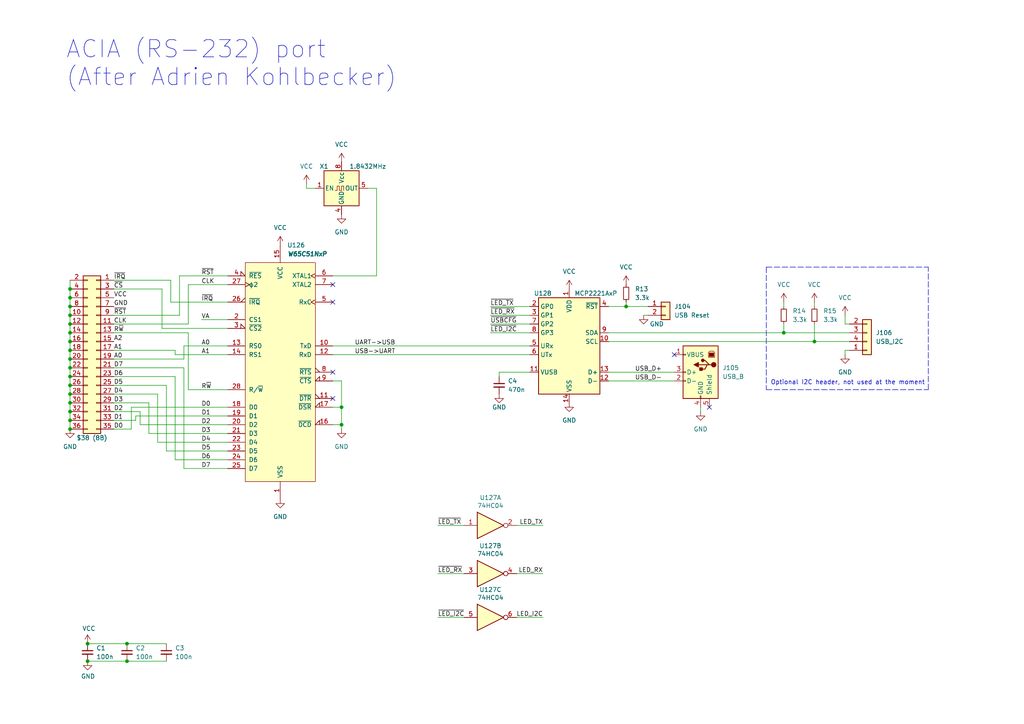
<source format=kicad_sch>
(kicad_sch (version 20211123) (generator eeschema)
  (paper "A4")
  (lib_symbols
    (symbol "74xx:74HC04"
      (property "Reference" "U" (at 0 1.27 0))
      (property "Value" "74HC04" (at 0 -1.27 0))
      (symbol "74HC04_1_0"
        (polyline (pts (xy -3.81 3.81) (xy -3.81 -3.81) (xy 3.81 0) (xy -3.81 3.81)) (stroke (width 0.254)) (fill (type background)))
        (pin input line (at -7.62 0 0) (length 3.81) (name "~") (number "1"))
        (pin output inverted (at 7.62 0 180) (length 3.81) (name "~") (number "2"))
      )
      (symbol "74HC04_2_0"
        (polyline (pts (xy -3.81 3.81) (xy -3.81 -3.81) (xy 3.81 0) (xy -3.81 3.81)) (stroke (width 0.254)) (fill (type background)))
        (pin input line (at -7.62 0 0) (length 3.81) (name "~") (number "3"))
        (pin output inverted (at 7.62 0 180) (length 3.81) (name "~") (number "4"))
      )
      (symbol "74HC04_3_0"
        (polyline (pts (xy -3.81 3.81) (xy -3.81 -3.81) (xy 3.81 0) (xy -3.81 3.81)) (stroke (width 0.254)) (fill (type background)))
        (pin input line (at -7.62 0 0) (length 3.81) (name "~") (number "5"))
        (pin output inverted (at 7.62 0 180) (length 3.81) (name "~") (number "6"))
      )
      (symbol "74HC04_4_0"
        (polyline (pts (xy -3.81 3.81) (xy -3.81 -3.81) (xy 3.81 0) (xy -3.81 3.81)) (stroke (width 0.254)) (fill (type background)))
        (pin output inverted (at 7.62 0 180) (length 3.81) (name "~") (number "8"))
        (pin input line (at -7.62 0 0) (length 3.81) (name "~") (number "9"))
      )
      (symbol "74HC04_5_0"
        (polyline (pts (xy -3.81 3.81) (xy -3.81 -3.81) (xy 3.81 0) (xy -3.81 3.81)) (stroke (width 0.254)) (fill (type background)))
        (pin output inverted (at 7.62 0 180) (length 3.81) (name "~") (number "10"))
        (pin input line (at -7.62 0 0) (length 3.81) (name "~") (number "11"))
      )
      (symbol "74HC04_6_0"
        (polyline (pts (xy -3.81 3.81) (xy -3.81 -3.81) (xy 3.81 0) (xy -3.81 3.81)) (stroke (width 0.254)) (fill (type background)))
        (pin output inverted (at 7.62 0 180) (length 3.81) (name "~") (number "12"))
        (pin input line (at -7.62 0 0) (length 3.81) (name "~") (number "13"))
      )
      (symbol "74HC04_7_0"
        (pin power_in line (at 0 12.7 270) (length 5.08) (name "VCC") (number "14"))
        (pin power_in line (at 0 -12.7 90) (length 5.08) (name "GND") (number "7"))
      )
      (symbol "74HC04_7_1"
        (rectangle (start -5.08 7.62) (end 5.08 -7.62) (stroke (width 0.254)) (fill (type background)))
      )
    )
    (symbol "BB816:W65C51NxP" (pin_names (offset 1.016))
      (property "Reference" "U" (at -10.16 33.02 0))
      (property "Value" "W65C51NxP" (at 0 0 90))
      (symbol "W65C51NxP_0_1"
        (rectangle (start -10.16 31.75) (end 10.16 -31.75) (fill (type background)))
      )
      (symbol "W65C51NxP_1_1"
        (pin power_in line (at 0 -36.83 90) (length 5.08) (name "VSS") (number "1"))
        (pin output line (at 15.24 7.62 180) (length 5.08) (name "TxD") (number "10"))
        (pin output output_low (at 15.24 -7.62 180) (length 5.08) (name "~{DTR}") (number "11"))
        (pin input line (at 15.24 5.08 180) (length 5.08) (name "RxD") (number "12"))
        (pin input line (at -15.24 7.62 0) (length 5.08) (name "RS0") (number "13"))
        (pin input line (at -15.24 5.08 0) (length 5.08) (name "RS1") (number "14"))
        (pin power_in line (at 0 36.83 270) (length 5.08) (name "VCC") (number "15"))
        (pin input input_low (at 15.24 -15.24 180) (length 5.08) (name "~{DCD}") (number "16"))
        (pin input input_low (at 15.24 -10.16 180) (length 5.08) (name "~{DSR}") (number "17"))
        (pin bidirectional line (at -15.24 -10.16 0) (length 5.08) (name "D0") (number "18"))
        (pin bidirectional line (at -15.24 -12.7 0) (length 5.08) (name "D1") (number "19"))
        (pin input line (at -15.24 15.24 0) (length 5.08) (name "CS1") (number "2"))
        (pin bidirectional line (at -15.24 -15.24 0) (length 5.08) (name "D2") (number "20"))
        (pin bidirectional line (at -15.24 -17.78 0) (length 5.08) (name "D3") (number "21"))
        (pin bidirectional line (at -15.24 -20.32 0) (length 5.08) (name "D4") (number "22"))
        (pin bidirectional line (at -15.24 -22.86 0) (length 5.08) (name "D5") (number "23"))
        (pin bidirectional line (at -15.24 -25.4 0) (length 5.08) (name "D6") (number "24"))
        (pin bidirectional line (at -15.24 -27.94 0) (length 5.08) (name "D7") (number "25"))
        (pin open_collector output_low (at -15.24 20.32 0) (length 5.08) (name "~{IRQ}") (number "26"))
        (pin input clock (at -15.24 25.4 0) (length 5.08) (name "ϕ2") (number "27"))
        (pin input line (at -15.24 -5.08 0) (length 5.08) (name "R/~{W}") (number "28"))
        (pin input input_low (at -15.24 12.7 0) (length 5.08) (name "~{CS2}") (number "3"))
        (pin input input_low (at -15.24 27.94 0) (length 5.08) (name "~{RES}") (number "4"))
        (pin bidirectional clock (at 15.24 20.32 180) (length 5.08) (name "RxC") (number "5"))
        (pin input clock (at 15.24 27.94 180) (length 5.08) (name "XTAL1") (number "6"))
        (pin output line (at 15.24 25.4 180) (length 5.08) (name "XTAL2") (number "7"))
        (pin output output_low (at 15.24 0 180) (length 5.08) (name "~{RTS}") (number "8"))
        (pin input input_low (at 15.24 -2.54 180) (length 5.08) (name "~{CTS}") (number "9"))
      )
    )
    (symbol "Connector:USB_B" (pin_names (offset 1.016))
      (property "Reference" "J" (at -5.08 11.43 0))
      (property "Value" "USB_B" (at -5.08 8.89 0))
      (symbol "USB_B_0_1"
        (rectangle (start -5.08 -7.62) (end 5.08 7.62) (stroke (width 0.254)) (fill (type background)))
        (circle (center -3.81 2.159) (radius 0.635) (stroke (width 0.254)) (fill (type outline)))
        (rectangle (start -3.81 5.588) (end -2.54 4.572) (fill (type outline)))
        (circle (center -0.635 3.429) (radius 0.381) (stroke (width 0.254)) (fill (type outline)))
        (rectangle (start -0.127 -7.62) (end 0.127 -6.858))
        (polyline (pts (xy -1.905 2.159) (xy 0.635 2.159)) (stroke (width 0.254)))
        (polyline (pts (xy -3.175 2.159) (xy -2.54 2.159) (xy -1.27 3.429) (xy -0.635 3.429)) (stroke (width 0.254)))
        (polyline (pts (xy -2.54 2.159) (xy -1.905 2.159) (xy -1.27 0.889) (xy 0 0.889)) (stroke (width 0.254)))
        (polyline (pts (xy 0.635 2.794) (xy 0.635 1.524) (xy 1.905 2.159) (xy 0.635 2.794)) (stroke (width 0.254)) (fill (type outline)))
        (polyline (pts (xy -4.064 4.318) (xy -2.286 4.318) (xy -2.286 5.715) (xy -2.667 6.096) (xy -3.683 6.096) (xy -4.064 5.715) (xy -4.064 4.318)))
        (rectangle (start 0.254 1.27) (end -0.508 0.508) (stroke (width 0.254)) (fill (type outline)))
        (rectangle (start 5.08 -2.667) (end 4.318 -2.413))
        (rectangle (start 5.08 -0.127) (end 4.318 0.127))
        (rectangle (start 5.08 4.953) (end 4.318 5.207))
      )
      (symbol "USB_B_1_1"
        (pin power_out line (at 7.62 5.08 180) (length 2.54) (name "VBUS") (number "1"))
        (pin bidirectional line (at 7.62 -2.54 180) (length 2.54) (name "D-") (number "2"))
        (pin bidirectional line (at 7.62 0 180) (length 2.54) (name "D+") (number "3"))
        (pin power_out line (at 0 -10.16 90) (length 2.54) (name "GND") (number "4"))
        (pin passive line (at -2.54 -10.16 90) (length 2.54) (name "Shield") (number "5"))
      )
    )
    (symbol "Connector_Generic:Conn_01x02" (pin_names (offset 1.016) hide)
      (property "Reference" "J" (at 0 2.54 0))
      (property "Value" "Conn_01x02" (at 0 -5.08 0))
      (symbol "Conn_01x02_1_1"
        (rectangle (start -1.27 -2.413) (end 0 -2.667) (stroke (width 0.1524)))
        (rectangle (start -1.27 0.127) (end 0 -0.127) (stroke (width 0.1524)))
        (rectangle (start -1.27 1.27) (end 1.27 -3.81) (stroke (width 0.254)) (fill (type background)))
        (pin passive line (at -5.08 0 0) (length 3.81) (name "Pin_1") (number "1"))
        (pin passive line (at -5.08 -2.54 0) (length 3.81) (name "Pin_2") (number "2"))
      )
    )
    (symbol "Connector_Generic:Conn_01x04" (pin_names (offset 1.016) hide)
      (property "Reference" "J3" (at 2.54 0.0001 0))
      (property "Value" "USB_I2C" (at 2.54 -2.5399 0))
      (symbol "Conn_01x04_1_1"
        (rectangle (start -1.27 -4.953) (end 0 -5.207) (stroke (width 0.1524)))
        (rectangle (start -1.27 -2.413) (end 0 -2.667) (stroke (width 0.1524)))
        (rectangle (start -1.27 0.127) (end 0 -0.127) (stroke (width 0.1524)))
        (rectangle (start -1.27 2.667) (end 0 2.413) (stroke (width 0.1524)))
        (rectangle (start -1.27 3.81) (end 1.27 -6.35) (stroke (width 0.254)) (fill (type background)))
        (pin passive line (at -5.08 -5.08 0) (length 3.81) (name "Pin_1") (number "1"))
        (pin passive line (at -5.08 2.54 0) (length 3.81) (name "Pin_2") (number "2"))
        (pin passive line (at -5.08 0 0) (length 3.81) (name "Pin_3") (number "3"))
        (pin passive line (at -5.08 -2.54 0) (length 3.81) (name "Pin_4") (number "4"))
      )
    )
    (symbol "Connector_Generic:Conn_02x18_Odd_Even" (pin_names (offset 1.016) hide)
      (property "Reference" "J" (at 1.27 22.86 0))
      (property "Value" "Conn_02x18_Odd_Even" (at 1.27 -25.4 0))
      (symbol "Conn_02x18_Odd_Even_1_1"
        (rectangle (start -1.27 -22.733) (end 0 -22.987) (stroke (width 0.1524)))
        (rectangle (start -1.27 -20.193) (end 0 -20.447) (stroke (width 0.1524)))
        (rectangle (start -1.27 -17.653) (end 0 -17.907) (stroke (width 0.1524)))
        (rectangle (start -1.27 -15.113) (end 0 -15.367) (stroke (width 0.1524)))
        (rectangle (start -1.27 -12.573) (end 0 -12.827) (stroke (width 0.1524)))
        (rectangle (start -1.27 -10.033) (end 0 -10.287) (stroke (width 0.1524)))
        (rectangle (start -1.27 -7.493) (end 0 -7.747) (stroke (width 0.1524)))
        (rectangle (start -1.27 -4.953) (end 0 -5.207) (stroke (width 0.1524)))
        (rectangle (start -1.27 -2.413) (end 0 -2.667) (stroke (width 0.1524)))
        (rectangle (start -1.27 0.127) (end 0 -0.127) (stroke (width 0.1524)))
        (rectangle (start -1.27 2.667) (end 0 2.413) (stroke (width 0.1524)))
        (rectangle (start -1.27 5.207) (end 0 4.953) (stroke (width 0.1524)))
        (rectangle (start -1.27 7.747) (end 0 7.493) (stroke (width 0.1524)))
        (rectangle (start -1.27 10.287) (end 0 10.033) (stroke (width 0.1524)))
        (rectangle (start -1.27 12.827) (end 0 12.573) (stroke (width 0.1524)))
        (rectangle (start -1.27 15.367) (end 0 15.113) (stroke (width 0.1524)))
        (rectangle (start -1.27 17.907) (end 0 17.653) (stroke (width 0.1524)))
        (rectangle (start -1.27 20.447) (end 0 20.193) (stroke (width 0.1524)))
        (rectangle (start -1.27 21.59) (end 3.81 -24.13) (stroke (width 0.254)) (fill (type background)))
        (rectangle (start 3.81 -22.733) (end 2.54 -22.987) (stroke (width 0.1524)))
        (rectangle (start 3.81 -20.193) (end 2.54 -20.447) (stroke (width 0.1524)))
        (rectangle (start 3.81 -17.653) (end 2.54 -17.907) (stroke (width 0.1524)))
        (rectangle (start 3.81 -15.113) (end 2.54 -15.367) (stroke (width 0.1524)))
        (rectangle (start 3.81 -12.573) (end 2.54 -12.827) (stroke (width 0.1524)))
        (rectangle (start 3.81 -10.033) (end 2.54 -10.287) (stroke (width 0.1524)))
        (rectangle (start 3.81 -7.493) (end 2.54 -7.747) (stroke (width 0.1524)))
        (rectangle (start 3.81 -4.953) (end 2.54 -5.207) (stroke (width 0.1524)))
        (rectangle (start 3.81 -2.413) (end 2.54 -2.667) (stroke (width 0.1524)))
        (rectangle (start 3.81 0.127) (end 2.54 -0.127) (stroke (width 0.1524)))
        (rectangle (start 3.81 2.667) (end 2.54 2.413) (stroke (width 0.1524)))
        (rectangle (start 3.81 5.207) (end 2.54 4.953) (stroke (width 0.1524)))
        (rectangle (start 3.81 7.747) (end 2.54 7.493) (stroke (width 0.1524)))
        (rectangle (start 3.81 10.287) (end 2.54 10.033) (stroke (width 0.1524)))
        (rectangle (start 3.81 12.827) (end 2.54 12.573) (stroke (width 0.1524)))
        (rectangle (start 3.81 15.367) (end 2.54 15.113) (stroke (width 0.1524)))
        (rectangle (start 3.81 17.907) (end 2.54 17.653) (stroke (width 0.1524)))
        (rectangle (start 3.81 20.447) (end 2.54 20.193) (stroke (width 0.1524)))
        (pin passive line (at -5.08 20.32 0) (length 3.81) (name "Pin_1") (number "1"))
        (pin passive line (at 7.62 10.16 180) (length 3.81) (name "Pin_10") (number "10"))
        (pin passive line (at -5.08 7.62 0) (length 3.81) (name "Pin_11") (number "11"))
        (pin passive line (at 7.62 7.62 180) (length 3.81) (name "Pin_12") (number "12"))
        (pin passive line (at -5.08 5.08 0) (length 3.81) (name "Pin_13") (number "13"))
        (pin passive line (at 7.62 5.08 180) (length 3.81) (name "Pin_14") (number "14"))
        (pin passive line (at -5.08 2.54 0) (length 3.81) (name "Pin_15") (number "15"))
        (pin passive line (at 7.62 2.54 180) (length 3.81) (name "Pin_16") (number "16"))
        (pin passive line (at -5.08 0 0) (length 3.81) (name "Pin_17") (number "17"))
        (pin passive line (at 7.62 0 180) (length 3.81) (name "Pin_18") (number "18"))
        (pin passive line (at -5.08 -2.54 0) (length 3.81) (name "Pin_19") (number "19"))
        (pin passive line (at 7.62 20.32 180) (length 3.81) (name "Pin_2") (number "2"))
        (pin passive line (at 7.62 -2.54 180) (length 3.81) (name "Pin_20") (number "20"))
        (pin passive line (at -5.08 -5.08 0) (length 3.81) (name "Pin_21") (number "21"))
        (pin passive line (at 7.62 -5.08 180) (length 3.81) (name "Pin_22") (number "22"))
        (pin passive line (at -5.08 -7.62 0) (length 3.81) (name "Pin_23") (number "23"))
        (pin passive line (at 7.62 -7.62 180) (length 3.81) (name "Pin_24") (number "24"))
        (pin passive line (at -5.08 -10.16 0) (length 3.81) (name "Pin_25") (number "25"))
        (pin passive line (at 7.62 -10.16 180) (length 3.81) (name "Pin_26") (number "26"))
        (pin passive line (at -5.08 -12.7 0) (length 3.81) (name "Pin_27") (number "27"))
        (pin passive line (at 7.62 -12.7 180) (length 3.81) (name "Pin_28") (number "28"))
        (pin passive line (at -5.08 -15.24 0) (length 3.81) (name "Pin_29") (number "29"))
        (pin passive line (at -5.08 17.78 0) (length 3.81) (name "Pin_3") (number "3"))
        (pin passive line (at 7.62 -15.24 180) (length 3.81) (name "Pin_30") (number "30"))
        (pin passive line (at -5.08 -17.78 0) (length 3.81) (name "Pin_31") (number "31"))
        (pin passive line (at 7.62 -17.78 180) (length 3.81) (name "Pin_32") (number "32"))
        (pin passive line (at -5.08 -20.32 0) (length 3.81) (name "Pin_33") (number "33"))
        (pin passive line (at 7.62 -20.32 180) (length 3.81) (name "Pin_34") (number "34"))
        (pin passive line (at -5.08 -22.86 0) (length 3.81) (name "Pin_35") (number "35"))
        (pin passive line (at 7.62 -22.86 180) (length 3.81) (name "Pin_36") (number "36"))
        (pin passive line (at 7.62 17.78 180) (length 3.81) (name "Pin_4") (number "4"))
        (pin passive line (at -5.08 15.24 0) (length 3.81) (name "Pin_5") (number "5"))
        (pin passive line (at 7.62 15.24 180) (length 3.81) (name "Pin_6") (number "6"))
        (pin passive line (at -5.08 12.7 0) (length 3.81) (name "Pin_7") (number "7"))
        (pin passive line (at 7.62 12.7 180) (length 3.81) (name "Pin_8") (number "8"))
        (pin passive line (at -5.08 10.16 0) (length 3.81) (name "Pin_9") (number "9"))
      )
    )
    (symbol "Device:C_Small" (pin_numbers hide) (pin_names (offset 0.254) hide)
      (property "Reference" "C" (at 0.254 1.778 0))
      (property "Value" "C_Small" (at 0.254 -2.032 0))
      (symbol "C_Small_0_1"
        (polyline (pts (xy -1.524 -0.508) (xy 1.524 -0.508)) (stroke (width 0.3302)))
        (polyline (pts (xy -1.524 0.508) (xy 1.524 0.508)) (stroke (width 0.3048)))
      )
      (symbol "C_Small_1_1"
        (pin passive line (at 0 2.54 270) (length 2.032) (name "~") (number "1"))
        (pin passive line (at 0 -2.54 90) (length 2.032) (name "~") (number "2"))
      )
    )
    (symbol "Device:R_Small" (pin_numbers hide) (pin_names (offset 0.254) hide)
      (property "Reference" "R" (at 0.762 0.508 0))
      (property "Value" "R_Small" (at 0.762 -1.016 0))
      (symbol "R_Small_0_1"
        (rectangle (start -0.762 1.778) (end 0.762 -1.778) (stroke (width 0.2032)))
      )
      (symbol "R_Small_1_1"
        (pin passive line (at 0 2.54 270) (length 0.762) (name "~") (number "1"))
        (pin passive line (at 0 -2.54 90) (length 0.762) (name "~") (number "2"))
      )
    )
    (symbol "GND_2" (power) (pin_names (offset 0))
      (property "Value" "GND_2" (at 0 -3.81 0))
      (symbol "GND_2_0_1"
        (polyline (pts (xy 0 0) (xy 0 -1.27) (xy 1.27 -1.27) (xy 0 -2.54) (xy -1.27 -1.27) (xy 0 -1.27)))
      )
      (symbol "GND_2_1_1"
        (pin power_in line (at 0 0 270) (length 0) hide (name "GND") (number "1"))
      )
    )
    (symbol "Interface_USB:MCP2221AxP"
      (property "Reference" "U30" (at 5.08 16.51 0))
      (property "Value" "MCP2221AxP" (at -13.97 16.51 0))
      (symbol "MCP2221AxP_0_1"
        (rectangle (start -8.89 15.24) (end 8.89 -12.7) (stroke (width 0.254)) (fill (type background)))
      )
      (symbol "MCP2221AxP_1_1"
        (pin power_in line (at 0 17.78 270) (length 2.54) (name "VDD") (number "1"))
        (pin bidirectional line (at -11.43 2.54 0) (length 2.54) (name "SCL") (number "10"))
        (pin passive line (at 11.43 -6.35 180) (length 2.54) (name "VUSB") (number "11"))
        (pin bidirectional line (at -11.43 -8.89 0) (length 2.54) (name "D-") (number "12"))
        (pin bidirectional line (at -11.43 -6.35 0) (length 2.54) (name "D+") (number "13"))
        (pin power_in line (at 0 -15.24 90) (length 2.54) (name "VSS") (number "14"))
        (pin bidirectional line (at 11.43 12.7 180) (length 2.54) (name "GP0") (number "2"))
        (pin bidirectional line (at 11.43 10.16 180) (length 2.54) (name "GP1") (number "3"))
        (pin input line (at -11.43 12.7 0) (length 2.54) (name "~{RST}") (number "4"))
        (pin input line (at 11.43 1.27 180) (length 2.54) (name "URx") (number "5"))
        (pin output line (at 11.43 -1.27 180) (length 2.54) (name "UTx") (number "6"))
        (pin bidirectional line (at 11.43 7.62 180) (length 2.54) (name "GP2") (number "7"))
        (pin bidirectional line (at 11.43 5.08 180) (length 2.54) (name "GP3") (number "8"))
        (pin bidirectional line (at -11.43 5.08 0) (length 2.54) (name "SDA") (number "9"))
      )
    )
    (symbol "Oscillator:CXO_DIP8" (pin_names (offset 0.254))
      (property "Reference" "X" (at -5.08 6.35 0))
      (property "Value" "CXO_DIP8" (at 1.27 -6.35 0))
      (symbol "CXO_DIP8_0_1"
        (rectangle (start -5.08 5.08) (end 5.08 -5.08) (stroke (width 0.254)) (fill (type background)))
        (polyline (pts (xy -1.905 -0.635) (xy -1.27 -0.635) (xy -1.27 0.635) (xy -0.635 0.635) (xy -0.635 -0.635) (xy 0 -0.635) (xy 0 0.635) (xy 0.635 0.635) (xy 0.635 -0.635)))
      )
      (symbol "CXO_DIP8_1_1"
        (pin input line (at -7.62 0 0) (length 2.54) (name "EN") (number "1"))
        (pin power_in line (at 0 -7.62 90) (length 2.54) (name "GND") (number "4"))
        (pin output line (at 7.62 0 180) (length 2.54) (name "OUT") (number "5"))
        (pin power_in line (at 0 7.62 270) (length 2.54) (name "Vcc") (number "8"))
      )
    )
    (symbol "power:GND" (power) (pin_names (offset 0))
      (property "Value" "GND" (at 0 -3.81 0))
      (symbol "GND_0_1"
        (polyline (pts (xy 0 0) (xy 0 -1.27) (xy 1.27 -1.27) (xy 0 -2.54) (xy -1.27 -1.27) (xy 0 -1.27)))
      )
      (symbol "GND_1_1"
        (pin power_in line (at 0 0 270) (length 0) hide (name "GND") (number "1"))
      )
    )
    (symbol "power:VCC" (power) (pin_names (offset 0))
      (property "Value" "VCC" (at 0 3.81 0))
      (symbol "VCC_0_1"
        (polyline (pts (xy -0.762 1.27) (xy 0 2.54)))
        (polyline (pts (xy 0 0) (xy 0 2.54)))
        (polyline (pts (xy 0 2.54) (xy 0.762 1.27)))
      )
      (symbol "VCC_1_1"
        (pin power_in line (at 0 0 90) (length 0) hide (name "VCC") (number "1"))
      )
    )
  )
  (junction (at 20.32 99.06))
  (junction (at 99.06 123.19))
  (junction (at 20.32 86.36))
  (junction (at 20.32 109.22))
  (junction (at 99.06 118.11))
  (junction (at 20.32 83.82))
  (junction (at 20.32 119.38))
  (junction (at 25.4 186.69))
  (junction (at 36.83 191.77))
  (junction (at 20.32 114.3))
  (junction (at 20.32 96.52))
  (junction (at 25.4 191.77))
  (junction (at 20.32 101.6))
  (junction (at 236.22 99.06))
  (junction (at 36.83 186.69))
  (junction (at 20.32 91.44))
  (junction (at 227.33 96.52))
  (junction (at 20.32 116.84))
  (junction (at 20.32 124.46))
  (junction (at 20.32 104.14))
  (junction (at 20.32 88.9))
  (junction (at 20.32 93.98))
  (junction (at 20.32 121.92))
  (junction (at 20.32 106.68))
  (junction (at 181.61 88.9))
  (junction (at 20.32 111.76))
  (no_connect (at 96.52 115.57))
  (no_connect (at 96.52 107.95))
  (no_connect (at 195.58 102.87))
  (no_connect (at 205.74 118.11))
  (no_connect (at 96.52 82.55))
  (no_connect (at 96.52 87.63))
  (wire (pts (xy 96.52 123.19) (xy 99.06 123.19)))
  (wire (pts (xy 149.86 152.4) (xy 157.48 152.4)))
  (wire (pts (xy 33.02 104.14) (xy 53.34 104.14)))
  (wire (pts (xy 109.22 80.01) (xy 96.52 80.01)))
  (wire (pts (xy 40.64 119.38) (xy 40.64 123.19)))
  (wire (pts (xy 20.32 109.22) (xy 20.32 111.76)))
  (wire (pts (xy 236.22 88.9) (xy 236.22 87.63)))
  (wire (pts (xy 20.32 99.06) (xy 20.32 101.6)))
  (wire (pts (xy 33.02 83.82) (xy 46.99 83.82)))
  (wire (pts (xy 227.33 88.9) (xy 227.33 87.63)))
  (wire (pts (xy 142.24 88.9) (xy 153.67 88.9)))
  (wire (pts (xy 50.8 101.6) (xy 50.8 102.87)))
  (wire (pts (xy 245.11 91.44) (xy 245.11 93.98)))
  (polyline (pts (xy 269.24 113.03) (xy 269.24 77.47)))
  (wire (pts (xy 33.02 109.22) (xy 50.8 109.22)))
  (polyline (pts (xy 222.25 77.47) (xy 269.24 77.47)))
  (wire (pts (xy 53.34 106.68) (xy 33.02 106.68)))
  (wire (pts (xy 33.02 116.84) (xy 43.18 116.84)))
  (wire (pts (xy 46.99 95.25) (xy 66.04 95.25)))
  (wire (pts (xy 181.61 87.63) (xy 181.61 88.9)))
  (wire (pts (xy 176.53 110.49) (xy 195.58 110.49)))
  (wire (pts (xy 181.61 88.9) (xy 187.96 88.9)))
  (wire (pts (xy 176.53 107.95) (xy 195.58 107.95)))
  (wire (pts (xy 25.4 191.77) (xy 36.83 191.77)))
  (wire (pts (xy 203.2 118.11) (xy 203.2 119.38)))
  (wire (pts (xy 20.32 81.28) (xy 20.32 83.82)))
  (wire (pts (xy 33.02 114.3) (xy 45.72 114.3)))
  (wire (pts (xy 245.11 93.98) (xy 246.38 93.98)))
  (wire (pts (xy 20.32 116.84) (xy 20.32 119.38)))
  (wire (pts (xy 227.33 96.52) (xy 227.33 93.98)))
  (wire (pts (xy 25.4 186.69) (xy 36.83 186.69)))
  (wire (pts (xy 49.53 87.63) (xy 49.53 81.28)))
  (wire (pts (xy 50.8 102.87) (xy 66.04 102.87)))
  (wire (pts (xy 53.34 100.33) (xy 66.04 100.33)))
  (wire (pts (xy 46.99 83.82) (xy 46.99 95.25)))
  (wire (pts (xy 45.72 114.3) (xy 45.72 128.27)))
  (wire (pts (xy 33.02 119.38) (xy 40.64 119.38)))
  (wire (pts (xy 36.83 191.77) (xy 48.26 191.77)))
  (wire (pts (xy 149.86 179.07) (xy 157.48 179.07)))
  (wire (pts (xy 20.32 86.36) (xy 20.32 88.9)))
  (wire (pts (xy 96.52 100.33) (xy 153.67 100.33)))
  (wire (pts (xy 54.61 82.55) (xy 54.61 93.98)))
  (wire (pts (xy 33.02 96.52) (xy 54.61 96.52)))
  (wire (pts (xy 66.04 92.71) (xy 58.42 92.71)))
  (wire (pts (xy 36.83 186.69) (xy 48.26 186.69)))
  (wire (pts (xy 127 152.4) (xy 134.62 152.4)))
  (wire (pts (xy 153.67 93.98) (xy 142.24 93.98)))
  (wire (pts (xy 20.32 119.38) (xy 20.32 121.92)))
  (wire (pts (xy 245.11 102.87) (xy 245.11 101.6)))
  (wire (pts (xy 20.32 106.68) (xy 20.32 109.22)))
  (wire (pts (xy 91.44 54.61) (xy 88.9 54.61)))
  (wire (pts (xy 43.18 125.73) (xy 43.18 116.84)))
  (wire (pts (xy 48.26 111.76) (xy 33.02 111.76)))
  (wire (pts (xy 99.06 110.49) (xy 99.06 118.11)))
  (wire (pts (xy 20.32 91.44) (xy 20.32 93.98)))
  (wire (pts (xy 54.61 113.03) (xy 66.04 113.03)))
  (wire (pts (xy 39.37 120.65) (xy 66.04 120.65)))
  (wire (pts (xy 20.32 111.76) (xy 20.32 114.3)))
  (wire (pts (xy 52.07 80.01) (xy 66.04 80.01)))
  (wire (pts (xy 227.33 96.52) (xy 246.38 96.52)))
  (wire (pts (xy 106.68 54.61) (xy 109.22 54.61)))
  (wire (pts (xy 99.06 123.19) (xy 99.06 124.46)))
  (wire (pts (xy 54.61 96.52) (xy 54.61 113.03)))
  (wire (pts (xy 39.37 120.65) (xy 39.37 121.92)))
  (wire (pts (xy 40.64 123.19) (xy 66.04 123.19)))
  (wire (pts (xy 127 166.37) (xy 134.62 166.37)))
  (wire (pts (xy 236.22 99.06) (xy 236.22 93.98)))
  (wire (pts (xy 153.67 91.44) (xy 142.24 91.44)))
  (wire (pts (xy 181.61 88.9) (xy 176.53 88.9)))
  (wire (pts (xy 176.53 99.06) (xy 236.22 99.06)))
  (wire (pts (xy 20.32 114.3) (xy 20.32 116.84)))
  (wire (pts (xy 39.37 121.92) (xy 33.02 121.92)))
  (wire (pts (xy 96.52 110.49) (xy 99.06 110.49)))
  (wire (pts (xy 127 179.07) (xy 134.62 179.07)))
  (wire (pts (xy 236.22 99.06) (xy 246.38 99.06)))
  (wire (pts (xy 20.32 83.82) (xy 20.32 86.36)))
  (wire (pts (xy 99.06 118.11) (xy 99.06 123.19)))
  (wire (pts (xy 38.1 118.11) (xy 66.04 118.11)))
  (wire (pts (xy 33.02 91.44) (xy 52.07 91.44)))
  (wire (pts (xy 33.02 101.6) (xy 50.8 101.6)))
  (polyline (pts (xy 222.25 113.03) (xy 269.24 113.03)))
  (wire (pts (xy 48.26 130.81) (xy 48.26 111.76)))
  (wire (pts (xy 52.07 80.01) (xy 52.07 91.44)))
  (wire (pts (xy 54.61 82.55) (xy 66.04 82.55)))
  (wire (pts (xy 48.26 130.81) (xy 66.04 130.81)))
  (wire (pts (xy 245.11 101.6) (xy 246.38 101.6)))
  (wire (pts (xy 20.32 96.52) (xy 20.32 99.06)))
  (wire (pts (xy 54.61 93.98) (xy 33.02 93.98)))
  (wire (pts (xy 49.53 87.63) (xy 66.04 87.63)))
  (wire (pts (xy 53.34 135.89) (xy 66.04 135.89)))
  (wire (pts (xy 43.18 125.73) (xy 66.04 125.73)))
  (wire (pts (xy 96.52 102.87) (xy 153.67 102.87)))
  (wire (pts (xy 20.32 101.6) (xy 20.32 104.14)))
  (wire (pts (xy 33.02 124.46) (xy 38.1 124.46)))
  (wire (pts (xy 186.69 91.44) (xy 187.96 91.44)))
  (wire (pts (xy 153.67 96.52) (xy 142.24 96.52)))
  (wire (pts (xy 20.32 88.9) (xy 20.32 91.44)))
  (wire (pts (xy 176.53 96.52) (xy 227.33 96.52)))
  (wire (pts (xy 20.32 121.92) (xy 20.32 124.46)))
  (polyline (pts (xy 222.25 77.47) (xy 222.25 113.03)))
  (wire (pts (xy 53.34 104.14) (xy 53.34 100.33)))
  (wire (pts (xy 109.22 54.61) (xy 109.22 80.01)))
  (wire (pts (xy 53.34 135.89) (xy 53.34 106.68)))
  (wire (pts (xy 20.32 93.98) (xy 20.32 96.52)))
  (wire (pts (xy 38.1 124.46) (xy 38.1 118.11)))
  (wire (pts (xy 33.02 81.28) (xy 49.53 81.28)))
  (wire (pts (xy 144.78 107.95) (xy 153.67 107.95)))
  (wire (pts (xy 50.8 109.22) (xy 50.8 133.35)))
  (wire (pts (xy 45.72 128.27) (xy 66.04 128.27)))
  (wire (pts (xy 149.86 166.37) (xy 157.48 166.37)))
  (wire (pts (xy 96.52 118.11) (xy 99.06 118.11)))
  (wire (pts (xy 20.32 104.14) (xy 20.32 106.68)))
  (wire (pts (xy 144.78 107.95) (xy 144.78 109.22)))
  (wire (pts (xy 88.9 53.34) (xy 88.9 54.61)))
  (wire (pts (xy 50.8 133.35) (xy 66.04 133.35)))
  (text "Optional I2C header, not used at the moment" (at 223.52 111.76 0) (effects (font (size 1.27 1.27)) (justify left bottom)))
  (text "ACIA (RS-232) port\n(After Adrien Kohlbecker)" (at 19.05 25.4 0) (effects (font (size 5 5)) (justify left bottom)))
  (label "D7" (at 33.02 106.68 0))
  (label "~{LED_TX}" (at 127 152.4 0))
  (label "D5" (at 33.02 111.76 0))
  (label "A1" (at 58.42 102.87 0))
  (label "D5" (at 58.42 130.81 0))
  (label "LED_RX" (at 157.48 166.37 180))
  (label "~{LED_I2C}" (at 127 179.07 0))
  (label "LED_I2C" (at 157.48 179.07 180))
  (label "D1" (at 58.42 120.65 0))
  (label "~{RST}" (at 58.42 80.01 0))
  (label "D4" (at 33.02 114.3 0))
  (label "D1" (at 33.02 121.92 0))
  (label "D2" (at 33.02 119.38 0))
  (label "~{LED_RX}" (at 142.24 91.44 0))
  (label "D7" (at 58.42 135.89 0))
  (label "D0" (at 58.42 118.11 0))
  (label "USB_D-" (at 184.15 110.49 0))
  (label "~{LED_I2C}" (at 142.24 96.52 0))
  (label "USB_D+" (at 184.15 107.95 0))
  (label "D3" (at 58.42 125.73 0))
  (label "D6" (at 33.02 109.22 0))
  (label "USB->UART" (at 102.87 102.87 0))
  (label "~{CS}" (at 33.02 83.82 0))
  (label "D0" (at 33.02 124.46 0))
  (label "A0" (at 33.02 104.14 0))
  (label "UART->USB" (at 102.87 100.33 0))
  (label "R~{W}" (at 58.42 113.03 0))
  (label "~{LED_RX}" (at 127 166.37 0))
  (label "LED_TX" (at 157.48 152.4 180))
  (label "CLK" (at 33.02 93.98 0))
  (label "~{IRQ}" (at 33.02 81.28 0))
  (label "D2" (at 58.42 123.19 0))
  (label "~{USBCFG}" (at 142.24 93.98 0))
  (label "~{RST}" (at 33.02 91.44 0))
  (label "D6" (at 58.42 133.35 0))
  (label "A2" (at 33.02 99.06 0))
  (label "VCC" (at 33.02 86.36 0))
  (label "D3" (at 33.02 116.84 0))
  (label "D4" (at 58.42 128.27 0))
  (label "~{LED_TX}" (at 142.24 88.9 0))
  (label "GND" (at 33.02 88.9 0))
  (label "A0" (at 58.42 100.33 0))
  (label "~{IRQ}" (at 58.42 87.63 0))
  (label "CLK" (at 58.42 82.55 0))
  (label "R~{W}" (at 33.02 96.52 0))
  (label "A1" (at 33.02 101.6 0))
  (label "VA" (at 58.42 92.71 0))
  (symbol (lib_id "Connector:USB_B") (at 203.2 107.95 0) (mirror y) (unit 1)
    (property "Reference" "J105" (at 209.55 106.6799 0) (effects (justify right)))
    (property "Value" "USB_B" (at 209.55 109.2199 0) (effects (justify right)))
    (property "Datasheet" " ~" (effects hide))
  )
  (symbol (lib_id "74xx:74HC04") (at 142.24 166.37 0) (unit 2)
    (property "Reference" "U127" (at 142.24 158.3182 0))
    (property "Value" "74HC04" (at 142.24 160.6296 0))
    (property "Datasheet" "https://www.ti.com/lit/ds/symlink/sn74hc04.pdf" (effects hide))
  )
  (symbol (lib_id "Connector_Generic:Conn_01x04") (at 251.46 96.52 0) (unit 1)
    (property "Reference" "J106" (at 254 96.5199 0) (effects (justify left)))
    (property "Value" "USB_I2C" (at 254 99.0599 0) (effects (justify left)))
    (property "Footprint" "Connector_JST:JST_SH_SM04B-SRSS-TB_1x04-1MP_P1.00mm_Horizontal" (effects hide))
  )
  (symbol (lib_id "power:VCC") (at 25.4 186.69 0) (unit 1)
    (property "Reference" "#PWR0225" (effects hide))
    (property "Value" "VCC" (at 25.781 182.2958 0))
  )
  (symbol (lib_id "power:VCC") (at 181.61 82.55 0) (mirror y) (unit 1)
    (property "Reference" "#PWR0236" (effects hide))
    (property "Value" "VCC" (at 181.61 77.47 0))
  )
  (symbol (lib_id "Device:R_Small") (at 227.33 91.44 0) (unit 1)
    (property "Reference" "R14" (at 229.87 90.1699 0) (effects (justify left)))
    (property "Value" "3.3k" (at 229.87 92.7099 0) (effects (justify left)))
  )
  (symbol (lib_id "power:VCC") (at 99.06 46.99 0) (unit 1)
    (property "Reference" "#PWR0230" (effects hide))
    (property "Value" "VCC" (at 99.06 41.91 0))
  )
  (symbol (lib_id "power:GND") (at 186.69 91.44 0) (mirror y) (unit 1)
    (property "Reference" "#PWR0237" (effects hide))
    (property "Value" "GND" (at 190.5 93.98 0))
  )
  (symbol (lib_id "power:GND") (at 99.06 124.46 0) (unit 1)
    (property "Reference" "#PWR0232" (effects hide))
    (property "Value" "GND" (at 99.06 129.54 0))
  )
  (symbol (lib_id "Device:C_Small") (at 25.4 189.23 0) (unit 1)
    (property "Reference" "C1" (at 27.94 187.9662 0) (effects (justify left)))
    (property "Value" "100n" (at 27.94 190.5062 0) (effects (justify left)))
  )
  (symbol (lib_id "power:VCC") (at 236.22 87.63 0) (mirror y) (unit 1)
    (property "Reference" "#PWR0240" (effects hide))
    (property "Value" "VCC" (at 236.22 82.55 0))
  )
  (symbol (lib_id "74xx:74HC04") (at 142.24 179.07 0) (unit 3)
    (property "Reference" "U127" (at 142.24 171.0182 0))
    (property "Value" "74HC04" (at 142.24 173.3296 0))
    (property "Datasheet" "https://www.ti.com/lit/ds/symlink/sn74hc04.pdf" (effects hide))
  )
  (symbol (lib_id "power:GND") (at 144.78 114.3 0) (unit 1)
    (property "Reference" "#PWR0233" (effects hide))
    (property "Value" "GND" (at 144.78 118.11 0))
  )
  (symbol (lib_id "power:GND") (at 203.2 119.38 0) (mirror y) (unit 1)
    (property "Reference" "#PWR0238" (effects hide))
    (property "Value" "GND" (at 203.2 124.46 0))
  )
  (symbol (lib_id "Device:R_Small") (at 181.61 85.09 0) (unit 1)
    (property "Reference" "R13" (at 184.15 83.8199 0) (effects (justify left)))
    (property "Value" "3.3k" (at 184.15 86.3599 0) (effects (justify left)))
  )
  (symbol (lib_id "Device:R_Small") (at 236.22 91.44 0) (unit 1)
    (property "Reference" "R15" (at 238.76 90.1699 0) (effects (justify left)))
    (property "Value" "3.3k" (at 238.76 92.7099 0) (effects (justify left)))
  )
  (symbol (lib_id "power:VCC") (at 88.9 53.34 0) (unit 1)
    (property "Reference" "#PWR0229" (effects hide))
    (property "Value" "VCC" (at 88.9 48.26 0))
  )
  (symbol (lib_id "power:VCC") (at 81.28 71.12 0) (unit 1)
    (property "Reference" "#PWR0227" (effects hide))
    (property "Value" "VCC" (at 81.28 66.04 0))
  )
  (symbol (lib_id "power:VCC") (at 227.33 87.63 0) (mirror y) (unit 1)
    (property "Reference" "#PWR0239" (effects hide))
    (property "Value" "VCC" (at 227.33 82.55 0))
  )
  (symbol (lib_id "Interface_USB:MCP2221AxP") (at 165.1 101.6 0) (mirror y) (unit 1)
    (property "Reference" "U128" (at 160.02 85.09 0) (effects (justify left)))
    (property "Value" "MCP2221AxP" (at 179.07 85.09 0) (effects (justify left)))
    (property "Footprint" "Package_DIP:DIP-14_W7.62mm" (effects hide))
    (property "Datasheet" "http://ww1.microchip.com/downloads/en/DeviceDoc/20005565B.pdf" (effects hide))
  )
  (symbol (lib_id "BB816:W65C51NxP") (at 81.28 107.95 0) (unit 1)
    (property "Reference" "U126" (at 83.2994 71.12 0) (effects (justify left)))
    (property "Value" "W65C51NxP" (at 83.2994 73.66 0) (effects (font bold italic) (justify left)))
    (property "Datasheet" "http://www.westerndesigncenter.com/wdc/documentation/w65c51n.pdf" (effects hide))
  )
  (symbol (lib_id "power:GND") (at 165.1 116.84 0) (mirror y) (unit 1)
    (property "Reference" "#PWR0235" (effects hide))
    (property "Value" "GND" (at 165.1 121.92 0))
  )
  (symbol (lib_id "power:GND") (at 25.4 191.77 0) (unit 1)
    (property "Reference" "#PWR0226" (effects hide))
    (property "Value" "GND" (at 25.527 196.1642 0))
  )
  (symbol (lib_id "74xx:74HC04") (at 142.24 152.4 0) (unit 1)
    (property "Reference" "U127" (at 142.24 144.3482 0))
    (property "Value" "74HC04" (at 142.24 146.6596 0))
    (property "Datasheet" "https://www.ti.com/lit/ds/symlink/sn74hc04.pdf" (effects hide))
  )
  (symbol (lib_id "Oscillator:CXO_DIP8") (at 99.06 54.61 0) (unit 1)
    (property "Reference" "X1" (at 93.98 48.26 0))
    (property "Value" "1.8432MHz" (at 106.68 48.26 0))
    (property "Footprint" "Oscillator:Oscillator_DIP-8" (effects hide))
    (property "Datasheet" "http://cdn-reichelt.de/documents/datenblatt/B400/OSZI.pdf" (effects hide))
  )
  (symbol (lib_id "Connector_Generic:Conn_01x02") (at 193.04 88.9 0) (unit 1)
    (property "Reference" "J104" (at 195.58 88.8999 0) (effects (justify left)))
    (property "Value" "USB Reset" (at 195.58 91.4399 0) (effects (justify left)))
  )
  (symbol (lib_id "Connector_Generic:Conn_02x18_Odd_Even") (at 27.94 101.6 0) (mirror y) (unit 1)
    (property "Reference" "J103" (effects hide))
    (property "Value" "$38 (8B)" (at 26.67 127 0))
  )
  (symbol (lib_id "Device:C_Small") (at 144.78 111.76 0) (unit 1)
    (property "Reference" "C4" (at 147.32 110.4962 0) (effects (justify left)))
    (property "Value" "470n" (at 147.32 113.0362 0) (effects (justify left)))
  )
  (symbol (lib_name "GND_2") (lib_id "power:GND") (at 20.32 124.46 0) (unit 1)
    (property "Reference" "#PWR0224" (effects hide))
    (property "Value" "GND" (at 20.32 129.54 0))
  )
  (symbol (lib_id "power:VCC") (at 165.1 83.82 0) (mirror y) (unit 1)
    (property "Reference" "#PWR0234" (effects hide))
    (property "Value" "VCC" (at 165.1 78.74 0))
  )
  (symbol (lib_id "power:GND") (at 245.11 102.87 0) (mirror y) (unit 1)
    (property "Reference" "#PWR0242" (effects hide))
    (property "Value" "GND" (at 245.11 107.95 0))
  )
  (symbol (lib_id "Device:C_Small") (at 36.83 189.23 0) (unit 1)
    (property "Reference" "C2" (at 39.37 187.9662 0) (effects (justify left)))
    (property "Value" "100n" (at 39.37 190.5062 0) (effects (justify left)))
  )
  (symbol (lib_id "power:GND") (at 81.28 144.78 0) (unit 1)
    (property "Reference" "#PWR0228" (effects hide))
    (property "Value" "GND" (at 81.28 149.86 0))
  )
  (symbol (lib_id "power:GND") (at 99.06 62.23 0) (unit 1)
    (property "Reference" "#PWR0231" (effects hide))
    (property "Value" "GND" (at 99.06 67.31 0))
  )
  (symbol (lib_id "Device:C_Small") (at 48.26 189.23 0) (unit 1)
    (property "Reference" "C3" (at 50.8 187.9662 0) (effects (justify left)))
    (property "Value" "100n" (at 50.8 190.5062 0) (effects (justify left)))
  )
  (symbol (lib_id "power:VCC") (at 245.11 91.44 0) (mirror y) (unit 1)
    (property "Reference" "#PWR0241" (effects hide))
    (property "Value" "VCC" (at 245.11 86.36 0))
  )
)
</source>
